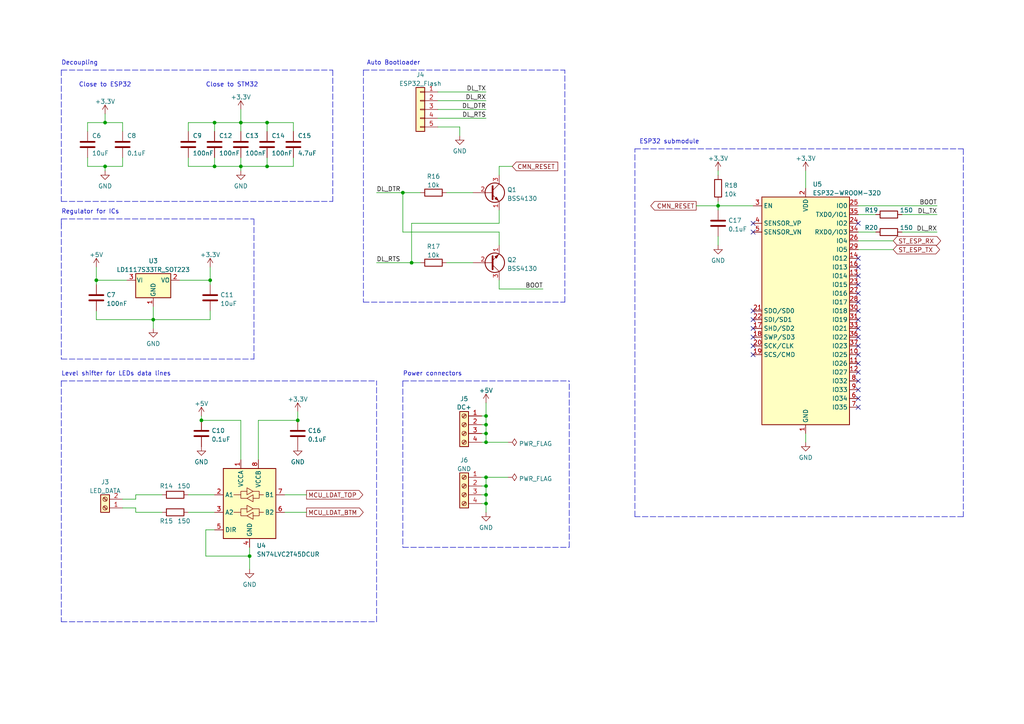
<source format=kicad_sch>
(kicad_sch (version 20211123) (generator eeschema)
  (paper "A4")
  (title_block (title "MegaLeaf Controller") (date "2022-08-24") (rev "1.2") (comment 2 "Note: Power connectors can carry upto 10A") (comment 4 "Input power, decoupling and ESP32"))
  (lib_symbols
    (symbol "Connector:Screw_Terminal_01x02" (pin_names (offset 1.016) hide)
      (property "Reference" "J" (at 0 2.54 0))
      (property "Value" "Screw_Terminal_01x02" (at 0 -5.08 0))
      (symbol "Screw_Terminal_01x02_1_1"
        (rectangle (start -1.27 1.27) (end 1.27 -3.81) (stroke (width 0.254)) (fill (type background)))
        (circle (center 0 -2.54) (radius 0.635) (stroke (width 0.1524)))
        (polyline (pts (xy -0.5334 -2.2098) (xy 0.3302 -3.048)) (stroke (width 0.1524)))
        (polyline (pts (xy -0.5334 0.3302) (xy 0.3302 -0.508)) (stroke (width 0.1524)))
        (polyline (pts (xy -0.3556 -2.032) (xy 0.508 -2.8702)) (stroke (width 0.1524)))
        (polyline (pts (xy -0.3556 0.508) (xy 0.508 -0.3302)) (stroke (width 0.1524)))
        (circle (center 0 0) (radius 0.635) (stroke (width 0.1524)))
        (pin passive line (at -5.08 0 0) (length 3.81) (name "Pin_1") (number "1"))
        (pin passive line (at -5.08 -2.54 0) (length 3.81) (name "Pin_2") (number "2"))
      )
    )
    (symbol "Connector:Screw_Terminal_01x04" (pin_names (offset 1.016) hide)
      (property "Reference" "J" (at 0 5.08 0))
      (property "Value" "Screw_Terminal_01x04" (at 0 -7.62 0))
      (symbol "Screw_Terminal_01x04_1_1"
        (rectangle (start -1.27 3.81) (end 1.27 -6.35) (stroke (width 0.254)) (fill (type background)))
        (circle (center 0 -5.08) (radius 0.635) (stroke (width 0.1524)))
        (circle (center 0 -2.54) (radius 0.635) (stroke (width 0.1524)))
        (polyline (pts (xy -0.5334 -4.7498) (xy 0.3302 -5.588)) (stroke (width 0.1524)))
        (polyline (pts (xy -0.5334 -2.2098) (xy 0.3302 -3.048)) (stroke (width 0.1524)))
        (polyline (pts (xy -0.5334 0.3302) (xy 0.3302 -0.508)) (stroke (width 0.1524)))
        (polyline (pts (xy -0.5334 2.8702) (xy 0.3302 2.032)) (stroke (width 0.1524)))
        (polyline (pts (xy -0.3556 -4.572) (xy 0.508 -5.4102)) (stroke (width 0.1524)))
        (polyline (pts (xy -0.3556 -2.032) (xy 0.508 -2.8702)) (stroke (width 0.1524)))
        (polyline (pts (xy -0.3556 0.508) (xy 0.508 -0.3302)) (stroke (width 0.1524)))
        (polyline (pts (xy -0.3556 3.048) (xy 0.508 2.2098)) (stroke (width 0.1524)))
        (circle (center 0 0) (radius 0.635) (stroke (width 0.1524)))
        (circle (center 0 2.54) (radius 0.635) (stroke (width 0.1524)))
        (pin passive line (at -5.08 2.54 0) (length 3.81) (name "Pin_1") (number "1"))
        (pin passive line (at -5.08 0 0) (length 3.81) (name "Pin_2") (number "2"))
        (pin passive line (at -5.08 -2.54 0) (length 3.81) (name "Pin_3") (number "3"))
        (pin passive line (at -5.08 -5.08 0) (length 3.81) (name "Pin_4") (number "4"))
      )
    )
    (symbol "Connector_Generic:Conn_01x05" (pin_names (offset 1.016) hide)
      (property "Reference" "J" (at 0 7.62 0))
      (property "Value" "Conn_01x05" (at 0 -7.62 0))
      (symbol "Conn_01x05_1_1"
        (rectangle (start -1.27 -4.953) (end 0 -5.207) (stroke (width 0.1524)))
        (rectangle (start -1.27 -2.413) (end 0 -2.667) (stroke (width 0.1524)))
        (rectangle (start -1.27 0.127) (end 0 -0.127) (stroke (width 0.1524)))
        (rectangle (start -1.27 2.667) (end 0 2.413) (stroke (width 0.1524)))
        (rectangle (start -1.27 5.207) (end 0 4.953) (stroke (width 0.1524)))
        (rectangle (start -1.27 6.35) (end 1.27 -6.35) (stroke (width 0.254)) (fill (type background)))
        (pin passive line (at -5.08 5.08 0) (length 3.81) (name "Pin_1") (number "1"))
        (pin passive line (at -5.08 2.54 0) (length 3.81) (name "Pin_2") (number "2"))
        (pin passive line (at -5.08 0 0) (length 3.81) (name "Pin_3") (number "3"))
        (pin passive line (at -5.08 -2.54 0) (length 3.81) (name "Pin_4") (number "4"))
        (pin passive line (at -5.08 -5.08 0) (length 3.81) (name "Pin_5") (number "5"))
      )
    )
    (symbol "Device:C" (pin_numbers hide) (pin_names (offset 0.254))
      (property "Reference" "C" (at 0.635 2.54 0))
      (property "Value" "C" (at 0.635 -2.54 0))
      (symbol "C_0_1"
        (polyline (pts (xy -2.032 -0.762) (xy 2.032 -0.762)) (stroke (width 0.508)))
        (polyline (pts (xy -2.032 0.762) (xy 2.032 0.762)) (stroke (width 0.508)))
      )
      (symbol "C_1_1"
        (pin passive line (at 0 3.81 270) (length 2.794) (name "~") (number "1"))
        (pin passive line (at 0 -3.81 90) (length 2.794) (name "~") (number "2"))
      )
    )
    (symbol "Device:Q_NPN_EBC" (pin_names (offset 0) hide)
      (property "Reference" "Q" (at 5.08 1.27 0))
      (property "Value" "Q_NPN_EBC" (at 5.08 -1.27 0))
      (symbol "Q_NPN_EBC_0_1"
        (polyline (pts (xy 0.635 0.635) (xy 2.54 2.54)))
        (polyline (pts (xy 0.635 -0.635) (xy 2.54 -2.54) (xy 2.54 -2.54)))
        (polyline (pts (xy 0.635 1.905) (xy 0.635 -1.905) (xy 0.635 -1.905)) (stroke (width 0.508)))
        (polyline (pts (xy 1.27 -1.778) (xy 1.778 -1.27) (xy 2.286 -2.286) (xy 1.27 -1.778) (xy 1.27 -1.778)) (fill (type outline)))
        (circle (center 1.27 0) (radius 2.8194) (stroke (width 0.254)))
      )
      (symbol "Q_NPN_EBC_1_1"
        (pin passive line (at 2.54 -5.08 90) (length 2.54) (name "E") (number "1"))
        (pin passive line (at -5.08 0 0) (length 5.715) (name "B") (number "2"))
        (pin passive line (at 2.54 5.08 270) (length 2.54) (name "C") (number "3"))
      )
    )
    (symbol "Device:R" (pin_numbers hide) (pin_names (offset 0))
      (property "Reference" "R" (at 2.032 0 90))
      (property "Value" "R" (at 0 0 90))
      (symbol "R_0_1"
        (rectangle (start -1.016 -2.54) (end 1.016 2.54) (stroke (width 0.254)))
      )
      (symbol "R_1_1"
        (pin passive line (at 0 3.81 270) (length 1.27) (name "~") (number "1"))
        (pin passive line (at 0 -3.81 90) (length 1.27) (name "~") (number "2"))
      )
    )
    (symbol "Logic_LevelTranslator:SN74LVC2T45DCUR"
      (property "Reference" "U" (at -6.35 11.43 0))
      (property "Value" "SN74LVC2T45DCUR" (at 3.81 11.43 0))
      (symbol "SN74LVC2T45DCUR_0_1"
        (rectangle (start -7.62 10.16) (end 7.62 -10.16) (stroke (width 0.254)) (fill (type background)))
        (polyline (pts (xy -2.54 2.54) (xy -2.54 3.556) (xy -0.762 3.556)))
        (polyline (pts (xy 2.794 2.54) (xy 2.794 1.524) (xy 1.016 1.524)))
        (polyline (pts (xy -0.762 1.524) (xy -2.54 1.524) (xy -2.54 2.54) (xy -4.572 2.54)))
        (polyline (pts (xy -0.762 2.54) (xy -0.762 4.572) (xy 1.016 3.556) (xy -0.762 2.54)))
        (polyline (pts (xy 1.016 3.556) (xy 2.794 3.556) (xy 2.794 2.54) (xy 4.064 2.54)))
        (polyline (pts (xy 1.016 2.54) (xy 1.016 0.762) (xy 1.016 0.508) (xy -0.762 1.524) (xy 1.016 2.54)))
      )
      (symbol "SN74LVC2T45DCUR_1_1"
        (polyline (pts (xy -2.54 -2.54) (xy -2.54 -1.524) (xy -0.762 -1.524)))
        (polyline (pts (xy 2.794 -2.54) (xy 2.794 -3.556) (xy 1.016 -3.556)))
        (polyline (pts (xy -0.762 -3.556) (xy -2.54 -3.556) (xy -2.54 -2.54) (xy -4.572 -2.54)))
        (polyline (pts (xy -0.762 -2.54) (xy -0.762 -0.508) (xy 1.016 -1.524) (xy -0.762 -2.54)))
        (polyline (pts (xy 1.016 -1.524) (xy 2.794 -1.524) (xy 2.794 -2.54) (xy 4.064 -2.54)))
        (polyline (pts (xy 1.016 -2.54) (xy 1.016 -4.318) (xy 1.016 -4.572) (xy -0.762 -3.556) (xy 1.016 -2.54)))
        (pin power_in line (at -2.54 12.7 270) (length 2.54) (name "VCCA") (number "1"))
        (pin bidirectional line (at -10.16 2.54 0) (length 2.54) (name "A1") (number "2"))
        (pin bidirectional line (at -10.16 -2.54 0) (length 2.54) (name "A2") (number "3"))
        (pin power_in line (at 0 -12.7 90) (length 2.54) (name "GND") (number "4"))
        (pin input line (at -10.16 -7.62 0) (length 2.54) (name "DIR") (number "5"))
        (pin bidirectional line (at 10.16 -2.54 180) (length 2.54) (name "B2") (number "6"))
        (pin bidirectional line (at 10.16 2.54 180) (length 2.54) (name "B1") (number "7"))
        (pin power_in line (at 2.54 12.7 270) (length 2.54) (name "VCCB") (number "8"))
      )
    )
    (symbol "RF_Module:ESP32-WROOM-32D"
      (property "Reference" "U" (at -12.7 34.29 0))
      (property "Value" "ESP32-WROOM-32D" (at 1.27 34.29 0))
      (symbol "ESP32-WROOM-32D_0_1"
        (rectangle (start -12.7 33.02) (end 12.7 -33.02) (stroke (width 0.254)) (fill (type background)))
      )
      (symbol "ESP32-WROOM-32D_1_1"
        (pin power_in line (at 0 -35.56 90) (length 2.54) (name "GND") (number "1"))
        (pin bidirectional line (at 15.24 -12.7 180) (length 2.54) (name "IO25") (number "10"))
        (pin bidirectional line (at 15.24 -15.24 180) (length 2.54) (name "IO26") (number "11"))
        (pin bidirectional line (at 15.24 -17.78 180) (length 2.54) (name "IO27") (number "12"))
        (pin bidirectional line (at 15.24 10.16 180) (length 2.54) (name "IO14") (number "13"))
        (pin bidirectional line (at 15.24 15.24 180) (length 2.54) (name "IO12") (number "14"))
        (pin passive line (at 0 -35.56 90) (length 2.54) hide (name "GND") (number "15"))
        (pin bidirectional line (at 15.24 12.7 180) (length 2.54) (name "IO13") (number "16"))
        (pin bidirectional line (at -15.24 -5.08 0) (length 2.54) (name "SHD/SD2") (number "17"))
        (pin bidirectional line (at -15.24 -7.62 0) (length 2.54) (name "SWP/SD3") (number "18"))
        (pin bidirectional line (at -15.24 -12.7 0) (length 2.54) (name "SCS/CMD") (number "19"))
        (pin power_in line (at 0 35.56 270) (length 2.54) (name "VDD") (number "2"))
        (pin bidirectional line (at -15.24 -10.16 0) (length 2.54) (name "SCK/CLK") (number "20"))
        (pin bidirectional line (at -15.24 0 0) (length 2.54) (name "SDO/SD0") (number "21"))
        (pin bidirectional line (at -15.24 -2.54 0) (length 2.54) (name "SDI/SD1") (number "22"))
        (pin bidirectional line (at 15.24 7.62 180) (length 2.54) (name "IO15") (number "23"))
        (pin bidirectional line (at 15.24 25.4 180) (length 2.54) (name "IO2") (number "24"))
        (pin bidirectional line (at 15.24 30.48 180) (length 2.54) (name "IO0") (number "25"))
        (pin bidirectional line (at 15.24 20.32 180) (length 2.54) (name "IO4") (number "26"))
        (pin bidirectional line (at 15.24 5.08 180) (length 2.54) (name "IO16") (number "27"))
        (pin bidirectional line (at 15.24 2.54 180) (length 2.54) (name "IO17") (number "28"))
        (pin bidirectional line (at 15.24 17.78 180) (length 2.54) (name "IO5") (number "29"))
        (pin input line (at -15.24 30.48 0) (length 2.54) (name "EN") (number "3"))
        (pin bidirectional line (at 15.24 0 180) (length 2.54) (name "IO18") (number "30"))
        (pin bidirectional line (at 15.24 -2.54 180) (length 2.54) (name "IO19") (number "31"))
        (pin no_connect line (at -12.7 -27.94 0) (length 2.54) hide (name "NC") (number "32"))
        (pin bidirectional line (at 15.24 -5.08 180) (length 2.54) (name "IO21") (number "33"))
        (pin bidirectional line (at 15.24 22.86 180) (length 2.54) (name "RXD0/IO3") (number "34"))
        (pin bidirectional line (at 15.24 27.94 180) (length 2.54) (name "TXD0/IO1") (number "35"))
        (pin bidirectional line (at 15.24 -7.62 180) (length 2.54) (name "IO22") (number "36"))
        (pin bidirectional line (at 15.24 -10.16 180) (length 2.54) (name "IO23") (number "37"))
        (pin passive line (at 0 -35.56 90) (length 2.54) hide (name "GND") (number "38"))
        (pin passive line (at 0 -35.56 90) (length 2.54) hide (name "GND") (number "39"))
        (pin input line (at -15.24 25.4 0) (length 2.54) (name "SENSOR_VP") (number "4"))
        (pin input line (at -15.24 22.86 0) (length 2.54) (name "SENSOR_VN") (number "5"))
        (pin input line (at 15.24 -25.4 180) (length 2.54) (name "IO34") (number "6"))
        (pin input line (at 15.24 -27.94 180) (length 2.54) (name "IO35") (number "7"))
        (pin bidirectional line (at 15.24 -20.32 180) (length 2.54) (name "IO32") (number "8"))
        (pin bidirectional line (at 15.24 -22.86 180) (length 2.54) (name "IO33") (number "9"))
      )
    )
    (symbol "Regulator_Linear:LD1117S33TR_SOT223" (pin_names (offset 0.254))
      (property "Reference" "U" (at -3.81 3.175 0))
      (property "Value" "LD1117S33TR_SOT223" (at 0 3.175 0))
      (symbol "LD1117S33TR_SOT223_0_1"
        (rectangle (start -5.08 -5.08) (end 5.08 1.905) (stroke (width 0.254)) (fill (type background)))
      )
      (symbol "LD1117S33TR_SOT223_1_1"
        (pin power_in line (at 0 -7.62 90) (length 2.54) (name "GND") (number "1"))
        (pin power_out line (at 7.62 0 180) (length 2.54) (name "VO") (number "2"))
        (pin power_in line (at -7.62 0 0) (length 2.54) (name "VI") (number "3"))
      )
    )
    (symbol "power:+3.3V" (power) (pin_names (offset 0))
      (property "Value" "+3.3V" (at 0 3.556 0))
      (symbol "+3.3V_0_1"
        (polyline (pts (xy -0.762 1.27) (xy 0 2.54)))
        (polyline (pts (xy 0 0) (xy 0 2.54)))
        (polyline (pts (xy 0 2.54) (xy 0.762 1.27)))
      )
      (symbol "+3.3V_1_1"
        (pin power_in line (at 0 0 90) (length 0) hide (name "+3.3V") (number "1"))
      )
    )
    (symbol "power:+5V" (power) (pin_names (offset 0))
      (property "Value" "+5V" (at 0 3.556 0))
      (symbol "+5V_0_1"
        (polyline (pts (xy -0.762 1.27) (xy 0 2.54)))
        (polyline (pts (xy 0 0) (xy 0 2.54)))
        (polyline (pts (xy 0 2.54) (xy 0.762 1.27)))
      )
      (symbol "+5V_1_1"
        (pin power_in line (at 0 0 90) (length 0) hide (name "+5V") (number "1"))
      )
    )
    (symbol "power:GND" (power) (pin_names (offset 0))
      (property "Value" "GND" (at 0 -3.81 0))
      (symbol "GND_0_1"
        (polyline (pts (xy 0 0) (xy 0 -1.27) (xy 1.27 -1.27) (xy 0 -2.54) (xy -1.27 -1.27) (xy 0 -1.27)))
      )
      (symbol "GND_1_1"
        (pin power_in line (at 0 0 270) (length 0) hide (name "GND") (number "1"))
      )
    )
    (symbol "power:PWR_FLAG" (power) (pin_numbers hide) (pin_names (offset 0) hide)
      (property "Value" "PWR_FLAG" (at 0 3.81 0))
      (symbol "PWR_FLAG_0_0"
        (pin power_out line (at 0 0 90) (length 0) (name "pwr") (number "1"))
      )
      (symbol "PWR_FLAG_0_1"
        (polyline (pts (xy 0 0) (xy 0 1.27) (xy -1.016 1.905) (xy 0 2.54) (xy 1.016 1.905) (xy 0 1.27)))
      )
    )
  )
  (junction (at 140.97 143.51))
  (junction (at 62.23 35.56))
  (junction (at 140.97 128.27))
  (junction (at 140.97 123.19))
  (junction (at 140.97 125.73))
  (junction (at 140.97 140.97))
  (junction (at 58.42 121.92))
  (junction (at 140.97 120.65))
  (junction (at 116.84 55.88))
  (junction (at 69.85 48.26))
  (junction (at 119.38 76.2))
  (junction (at 77.47 35.56))
  (junction (at 27.94 81.28))
  (junction (at 77.47 48.26))
  (junction (at 86.36 121.92))
  (junction (at 140.97 146.05))
  (junction (at 62.23 48.26))
  (junction (at 208.28 59.69))
  (junction (at 60.96 81.28))
  (junction (at 30.48 35.56))
  (junction (at 69.85 35.56))
  (junction (at 30.48 48.26))
  (junction (at 140.97 138.43))
  (junction (at 72.39 161.29))
  (junction (at 44.45 92.71))
  (no_connect (at 218.44 67.31))
  (no_connect (at 218.44 90.17))
  (no_connect (at 218.44 100.33))
  (no_connect (at 218.44 64.77))
  (no_connect (at 248.92 95.25))
  (no_connect (at 248.92 97.79))
  (no_connect (at 248.92 100.33))
  (no_connect (at 248.92 102.87))
  (no_connect (at 248.92 77.47))
  (no_connect (at 248.92 80.01))
  (no_connect (at 248.92 82.55))
  (no_connect (at 248.92 85.09))
  (no_connect (at 248.92 87.63))
  (no_connect (at 248.92 118.11))
  (no_connect (at 248.92 115.57))
  (no_connect (at 248.92 105.41))
  (no_connect (at 248.92 107.95))
  (no_connect (at 248.92 113.03))
  (no_connect (at 248.92 110.49))
  (no_connect (at 248.92 64.77))
  (no_connect (at 248.92 74.93))
  (no_connect (at 218.44 102.87))
  (no_connect (at 248.92 92.71))
  (no_connect (at 248.92 90.17))
  (no_connect (at 218.44 97.79))
  (no_connect (at 218.44 92.71))
  (no_connect (at 218.44 95.25))
  (wire (pts (xy 44.45 88.9) (xy 44.45 92.71)))
  (wire (pts (xy 54.61 143.51) (xy 62.23 143.51)))
  (wire (pts (xy 140.97 143.51) (xy 140.97 146.05)))
  (wire (pts (xy 35.56 144.78) (xy 39.37 144.78)))
  (wire (pts (xy 58.42 120.65) (xy 58.42 121.92)))
  (wire (pts (xy 27.94 77.47) (xy 27.94 81.28)))
  (wire (pts (xy 144.78 67.31) (xy 116.84 67.31)))
  (wire (pts (xy 35.56 35.56) (xy 30.48 35.56)))
  (wire (pts (xy 201.93 59.69) (xy 208.28 59.69)))
  (wire (pts (xy 30.48 35.56) (xy 30.48 33.02)))
  (polyline (pts (xy 184.15 43.18) (xy 279.4 43.18)))
  (wire (pts (xy 144.78 60.96) (xy 144.78 64.77)))
  (polyline (pts (xy 73.66 104.14) (xy 73.66 63.5)))
  (wire (pts (xy 62.23 48.26) (xy 69.85 48.26)))
  (wire (pts (xy 144.78 48.26) (xy 148.59 48.26)))
  (wire (pts (xy 140.97 120.65) (xy 140.97 123.19)))
  (wire (pts (xy 127 36.83) (xy 133.35 36.83)))
  (polyline (pts (xy 17.78 63.5) (xy 17.78 66.04)))
  (wire (pts (xy 208.28 59.69) (xy 208.28 60.96)))
  (wire (pts (xy 127 34.29) (xy 140.97 34.29)))
  (polyline (pts (xy 279.4 149.86) (xy 184.15 149.86)))
  (wire (pts (xy 74.93 121.92) (xy 86.36 121.92)))
  (wire (pts (xy 72.39 158.75) (xy 72.39 161.29)))
  (wire (pts (xy 119.38 64.77) (xy 119.38 76.2)))
  (wire (pts (xy 30.48 48.26) (xy 25.4 48.26)))
  (wire (pts (xy 59.69 153.67) (xy 59.69 161.29)))
  (wire (pts (xy 35.56 147.32) (xy 39.37 147.32)))
  (wire (pts (xy 60.96 90.17) (xy 60.96 92.71)))
  (wire (pts (xy 39.37 143.51) (xy 39.37 144.78)))
  (wire (pts (xy 119.38 76.2) (xy 121.92 76.2)))
  (polyline (pts (xy 279.4 43.18) (xy 279.4 149.86)))
  (polyline (pts (xy 17.78 110.49) (xy 17.78 180.34)))
  (wire (pts (xy 27.94 81.28) (xy 27.94 82.55)))
  (polyline (pts (xy 163.83 87.63) (xy 163.83 20.32)))
  (wire (pts (xy 30.48 49.53) (xy 30.48 48.26)))
  (wire (pts (xy 25.4 38.1) (xy 25.4 35.56)))
  (wire (pts (xy 144.78 83.82) (xy 157.48 83.82)))
  (polyline (pts (xy 105.41 20.32) (xy 105.41 87.63)))
  (wire (pts (xy 35.56 48.26) (xy 35.56 45.72)))
  (wire (pts (xy 77.47 38.1) (xy 77.47 35.56)))
  (polyline (pts (xy 105.41 20.32) (xy 163.83 20.32)))
  (wire (pts (xy 116.84 67.31) (xy 116.84 55.88)))
  (wire (pts (xy 69.85 48.26) (xy 69.85 49.53)))
  (wire (pts (xy 139.7 140.97) (xy 140.97 140.97)))
  (wire (pts (xy 54.61 148.59) (xy 62.23 148.59)))
  (wire (pts (xy 77.47 35.56) (xy 69.85 35.56)))
  (wire (pts (xy 144.78 81.28) (xy 144.78 83.82)))
  (wire (pts (xy 208.28 58.42) (xy 208.28 59.69)))
  (wire (pts (xy 261.62 67.31) (xy 271.78 67.31)))
  (wire (pts (xy 139.7 143.51) (xy 140.97 143.51)))
  (polyline (pts (xy 17.78 104.14) (xy 73.66 104.14)))
  (wire (pts (xy 127 31.75) (xy 140.97 31.75)))
  (wire (pts (xy 27.94 90.17) (xy 27.94 92.71)))
  (polyline (pts (xy 96.52 20.32) (xy 96.52 58.42)))
  (wire (pts (xy 140.97 128.27) (xy 147.32 128.27)))
  (polyline (pts (xy 17.78 64.77) (xy 17.78 104.14)))
  (wire (pts (xy 82.55 143.51) (xy 88.9 143.51)))
  (wire (pts (xy 129.54 76.2) (xy 137.16 76.2)))
  (wire (pts (xy 72.39 161.29) (xy 72.39 165.1)))
  (wire (pts (xy 248.92 59.69) (xy 271.78 59.69)))
  (wire (pts (xy 140.97 146.05) (xy 140.97 148.59)))
  (wire (pts (xy 30.48 48.26) (xy 35.56 48.26)))
  (polyline (pts (xy 17.78 110.49) (xy 109.22 110.49)))
  (wire (pts (xy 62.23 35.56) (xy 62.23 38.1)))
  (wire (pts (xy 85.09 35.56) (xy 77.47 35.56)))
  (wire (pts (xy 248.92 62.23) (xy 254 62.23)))
  (wire (pts (xy 248.92 67.31) (xy 254 67.31)))
  (wire (pts (xy 140.97 123.19) (xy 140.97 125.73)))
  (wire (pts (xy 140.97 138.43) (xy 147.32 138.43)))
  (wire (pts (xy 25.4 48.26) (xy 25.4 45.72)))
  (wire (pts (xy 52.07 81.28) (xy 60.96 81.28)))
  (wire (pts (xy 69.85 121.92) (xy 69.85 133.35)))
  (wire (pts (xy 60.96 92.71) (xy 44.45 92.71)))
  (wire (pts (xy 35.56 38.1) (xy 35.56 35.56)))
  (wire (pts (xy 86.36 121.92) (xy 86.36 119.38)))
  (polyline (pts (xy 116.84 158.75) (xy 165.1 158.75)))
  (wire (pts (xy 85.09 45.72) (xy 85.09 48.26)))
  (wire (pts (xy 139.7 123.19) (xy 140.97 123.19)))
  (wire (pts (xy 233.68 125.73) (xy 233.68 128.27)))
  (wire (pts (xy 39.37 148.59) (xy 46.99 148.59)))
  (wire (pts (xy 144.78 71.12) (xy 144.78 67.31)))
  (wire (pts (xy 60.96 81.28) (xy 60.96 82.55)))
  (wire (pts (xy 74.93 133.35) (xy 74.93 121.92)))
  (wire (pts (xy 140.97 128.27) (xy 139.7 128.27)))
  (wire (pts (xy 54.61 48.26) (xy 62.23 48.26)))
  (wire (pts (xy 62.23 45.72) (xy 62.23 48.26)))
  (polyline (pts (xy 109.22 180.34) (xy 109.22 110.49)))
  (wire (pts (xy 140.97 116.84) (xy 140.97 120.65)))
  (wire (pts (xy 208.28 49.53) (xy 208.28 50.8)))
  (wire (pts (xy 62.23 153.67) (xy 59.69 153.67)))
  (polyline (pts (xy 105.41 87.63) (xy 163.83 87.63)))
  (wire (pts (xy 60.96 77.47) (xy 60.96 81.28)))
  (polyline (pts (xy 17.78 180.34) (xy 109.22 180.34)))
  (wire (pts (xy 85.09 38.1) (xy 85.09 35.56)))
  (wire (pts (xy 54.61 45.72) (xy 54.61 48.26)))
  (wire (pts (xy 144.78 50.8) (xy 144.78 48.26)))
  (wire (pts (xy 140.97 138.43) (xy 140.97 140.97)))
  (polyline (pts (xy 116.84 110.49) (xy 116.84 158.75)))
  (polyline (pts (xy 184.15 149.86) (xy 184.15 110.49)))
  (polyline (pts (xy 17.78 20.32) (xy 17.78 58.42)))
  (wire (pts (xy 109.22 76.2) (xy 119.38 76.2)))
  (wire (pts (xy 133.35 36.83) (xy 133.35 39.37)))
  (wire (pts (xy 261.62 62.23) (xy 271.78 62.23)))
  (wire (pts (xy 27.94 92.71) (xy 44.45 92.71)))
  (wire (pts (xy 109.22 55.88) (xy 116.84 55.88)))
  (wire (pts (xy 39.37 147.32) (xy 39.37 148.59)))
  (wire (pts (xy 248.92 69.85) (xy 259.08 69.85)))
  (polyline (pts (xy 17.78 20.32) (xy 96.52 20.32)))
  (wire (pts (xy 85.09 48.26) (xy 77.47 48.26)))
  (wire (pts (xy 127 29.21) (xy 140.97 29.21)))
  (polyline (pts (xy 184.15 110.49) (xy 184.15 43.18)))
  (wire (pts (xy 69.85 45.72) (xy 69.85 48.26)))
  (polyline (pts (xy 17.78 58.42) (xy 96.52 58.42)))
  (wire (pts (xy 44.45 92.71) (xy 44.45 95.25)))
  (wire (pts (xy 54.61 35.56) (xy 54.61 38.1)))
  (wire (pts (xy 127 26.67) (xy 140.97 26.67)))
  (wire (pts (xy 62.23 35.56) (xy 69.85 35.56)))
  (wire (pts (xy 39.37 143.51) (xy 46.99 143.51)))
  (wire (pts (xy 59.69 161.29) (xy 72.39 161.29)))
  (polyline (pts (xy 116.84 110.49) (xy 165.1 110.49)))
  (wire (pts (xy 139.7 120.65) (xy 140.97 120.65)))
  (wire (pts (xy 25.4 35.56) (xy 30.48 35.56)))
  (wire (pts (xy 69.85 121.92) (xy 58.42 121.92)))
  (wire (pts (xy 140.97 140.97) (xy 140.97 143.51)))
  (wire (pts (xy 27.94 81.28) (xy 36.83 81.28)))
  (wire (pts (xy 116.84 55.88) (xy 121.92 55.88)))
  (polyline (pts (xy 165.1 158.75) (xy 165.1 110.49)))
  (polyline (pts (xy 17.78 63.5) (xy 73.66 63.5)))
  (wire (pts (xy 139.7 125.73) (xy 140.97 125.73)))
  (wire (pts (xy 208.28 68.58) (xy 208.28 71.12)))
  (wire (pts (xy 140.97 125.73) (xy 140.97 128.27)))
  (wire (pts (xy 233.68 49.53) (xy 233.68 54.61)))
  (wire (pts (xy 208.28 59.69) (xy 218.44 59.69)))
  (wire (pts (xy 77.47 45.72) (xy 77.47 48.26)))
  (wire (pts (xy 69.85 35.56) (xy 69.85 38.1)))
  (wire (pts (xy 248.92 72.39) (xy 259.08 72.39)))
  (wire (pts (xy 69.85 35.56) (xy 69.85 31.75)))
  (wire (pts (xy 144.78 64.77) (xy 119.38 64.77)))
  (wire (pts (xy 82.55 148.59) (xy 88.9 148.59)))
  (wire (pts (xy 77.47 48.26) (xy 69.85 48.26)))
  (wire (pts (xy 54.61 35.56) (xy 62.23 35.56)))
  (wire (pts (xy 139.7 138.43) (xy 140.97 138.43)))
  (wire (pts (xy 139.7 146.05) (xy 140.97 146.05)))
  (wire (pts (xy 129.54 55.88) (xy 137.16 55.88)))
  (text "Decoupling" (at 17.78 19.05 0) (effects (font (size 1.27 1.27)) (justify left bottom)))
  (text "ESP32 submodule" (at 185.42 41.91 0) (effects (font (size 1.27 1.27)) (justify left bottom)))
  (text "Regulator for ICs" (at 17.78 62.23 0) (effects (font (size 1.27 1.27)) (justify left bottom)))
  (text "Auto Bootloader" (at 121.92 19.05 180) (effects (font (size 1.27 1.27)) (justify right bottom)))
  (text "Power connectors" (at 116.84 109.22 0) (effects (font (size 1.27 1.27)) (justify left bottom)))
  (text "Close to STM32" (at 74.93 25.4 180) (effects (font (size 1.27 1.27)) (justify right bottom)))
  (text "Close to ESP32" (at 38.1 25.4 180) (effects (font (size 1.27 1.27)) (justify right bottom)))
  (text "Level shifter for LEDs data lines" (at 17.78 109.22 0) (effects (font (size 1.27 1.27)) (justify left bottom)))
  (label "DL_TX" (at 271.78 62.23 180))
  (label "DL_RX" (at 140.97 29.21 180))
  (label "BOOT" (at 157.48 83.82 180))
  (label "DL_RTS" (at 140.97 34.29 180))
  (label "DL_RTS" (at 109.22 76.2 0))
  (label "DL_RX" (at 271.78 67.31 180))
  (label "DL_TX" (at 140.97 26.67 180))
  (label "DL_DTR" (at 109.22 55.88 0))
  (label "DL_DTR" (at 140.97 31.75 180))
  (label "BOOT" (at 271.78 59.69 180))
  (global_label "ST_ESP_RX" (shape bidirectional) (at 259.08 69.85 0) (property "Intersheet References" "${INTERSHEET_REFS}" (effects hide)))
  (global_label "CMN_RESET" (shape output) (at 201.93 59.69 180) (property "Intersheet References" "${INTERSHEET_REFS}" (effects hide)))
  (global_label "ST_ESP_TX" (shape bidirectional) (at 259.08 72.39 0) (property "Intersheet References" "${INTERSHEET_REFS}" (effects hide)))
  (global_label "CMN_RESET" (shape input) (at 148.59 48.26 0) (property "Intersheet References" "${INTERSHEET_REFS}" (effects hide)))
  (global_label "MCU_LDAT_TOP" (shape output) (at 88.9 143.51 0) (property "Intersheet References" "${INTERSHEET_REFS}" (effects hide)))
  (global_label "MCU_LDAT_BTM" (shape output) (at 88.9 148.59 0) (property "Intersheet References" "${INTERSHEET_REFS}" (effects hide)))
  (symbol (lib_id "Device:R") (at 257.81 67.31 90) (unit 1)
    (property "Reference" "R20" (at 252.73 66.04 90))
    (property "Value" "150" (at 262.89 66.04 90))
    (property "Footprint" "Resistor_SMD:R_0805_2012Metric_Pad1.20x1.40mm_HandSolder" (effects hide))
  )
  (symbol (lib_id "Device:R") (at 50.8 148.59 90) (unit 1)
    (property "Reference" "R15" (at 48.26 151.13 90))
    (property "Value" "150" (at 53.34 151.13 90))
    (property "Footprint" "Resistor_SMD:R_0805_2012Metric_Pad1.20x1.40mm_HandSolder" (effects hide))
  )
  (symbol (lib_id "Device:C") (at 58.42 125.73 0) (unit 1)
    (property "Reference" "C10" (at 61.341 124.8953 0) (effects (justify left)))
    (property "Value" "0.1uF" (at 61.341 127.4322 0) (effects (justify left)))
    (property "Footprint" "Capacitor_SMD:C_0805_2012Metric_Pad1.18x1.45mm_HandSolder" (effects hide))
  )
  (symbol (lib_id "Logic_LevelTranslator:SN74LVC2T45DCUR") (at 72.39 146.05 0) (unit 1)
    (property "Reference" "U4" (at 74.4094 158.2404 0) (effects (justify left)))
    (property "Value" "SN74LVC2T45DCUR" (at 74.4094 160.7773 0) (effects (justify left)))
    (property "Footprint" "Package_SO:VSSOP-8_2.4x2.1mm_P0.5mm" (effects hide))
    (property "Datasheet" "http://www.ti.com/lit/ds/symlink/sn74lvc2t45.pdf" (effects hide))
  )
  (symbol (lib_id "power:GND") (at 58.42 129.54 0) (unit 1)
    (property "Reference" "#PWR016" (effects hide))
    (property "Value" "GND" (at 58.42 133.9834 0))
  )
  (symbol (lib_id "Device:C") (at 60.96 86.36 0) (unit 1)
    (property "Reference" "C11" (at 63.881 85.5253 0) (effects (justify left)))
    (property "Value" "10uF" (at 63.881 88.0622 0) (effects (justify left)))
    (property "Footprint" "Capacitor_SMD:C_0805_2012Metric_Pad1.18x1.45mm_HandSolder" (effects hide))
  )
  (symbol (lib_id "power:GND") (at 86.36 129.54 0) (unit 1)
    (property "Reference" "#PWR022" (effects hide))
    (property "Value" "GND" (at 86.36 133.9834 0))
  )
  (symbol (lib_id "power:+5V") (at 58.42 120.65 0) (unit 1)
    (property "Reference" "#PWR015" (effects hide))
    (property "Value" "+5V" (at 58.42 117.0742 0))
  )
  (symbol (lib_id "Connector:Screw_Terminal_01x02") (at 30.48 147.32 180) (unit 1)
    (property "Reference" "J3" (at 30.48 139.8102 0))
    (property "Value" "LED_DATA" (at 30.48 142.3471 0))
    (property "Footprint" "TerminalBlock_Phoenix:TerminalBlock_Phoenix_MKDS-1,5-2_1x02_P5.00mm_Horizontal" (effects hide))
  )
  (symbol (lib_id "Device:C") (at 27.94 86.36 0) (unit 1)
    (property "Reference" "C7" (at 30.861 85.5253 0) (effects (justify left)))
    (property "Value" "100nF" (at 30.861 88.0622 0) (effects (justify left)))
    (property "Footprint" "Capacitor_SMD:C_0805_2012Metric_Pad1.18x1.45mm_HandSolder" (effects hide))
  )
  (symbol (lib_id "Device:R") (at 50.8 143.51 90) (unit 1)
    (property "Reference" "R14" (at 48.26 140.97 90))
    (property "Value" "150" (at 53.34 140.97 90))
    (property "Footprint" "Resistor_SMD:R_0805_2012Metric_Pad1.20x1.40mm_HandSolder" (effects hide))
  )
  (symbol (lib_id "Device:Q_NPN_EBC") (at 142.24 55.88 0) (unit 1)
    (property "Reference" "Q1" (at 147.0914 55.0453 0) (effects (justify left)))
    (property "Value" "BSS4130" (at 147.0914 57.5822 0) (effects (justify left)))
    (property "Footprint" "Package_TO_SOT_SMD:SOT-23" (effects hide))
  )
  (symbol (lib_id "Connector:Screw_Terminal_01x04") (at 134.62 123.19 0) (mirror y) (unit 1)
    (property "Reference" "J5" (at 134.62 115.6802 0))
    (property "Value" "DC+" (at 134.62 118.11 0))
    (property "Footprint" "Misc_Custom:MC000020" (effects hide))
  )
  (symbol (lib_id "power:GND") (at 30.48 49.53 0) (unit 1)
    (property "Reference" "#PWR013" (effects hide))
    (property "Value" "GND" (at 30.48 53.9734 0))
  )
  (symbol (lib_id "RF_Module:ESP32-WROOM-32D") (at 233.68 90.17 0) (unit 1)
    (property "Reference" "U5" (at 235.6994 53.4502 0) (effects (justify left)))
    (property "Value" "ESP32-WROOM-32D" (at 235.6994 55.9871 0) (effects (justify left)))
    (property "Footprint" "RF_Module:ESP32-WROOM-32" (effects hide))
    (property "Datasheet" "https://www.espressif.com/sites/default/files/documentation/esp32-wroom-32d_esp32-wroom-32u_datasheet_en.pdf" (effects hide))
  )
  (symbol (lib_id "Device:R") (at 125.73 76.2 90) (unit 1)
    (property "Reference" "R17" (at 125.73 71.4842 90))
    (property "Value" "10k" (at 125.73 74.0211 90))
    (property "Footprint" "Resistor_SMD:R_0805_2012Metric_Pad1.20x1.40mm_HandSolder" (effects hide))
  )
  (symbol (lib_id "power:PWR_FLAG") (at 147.32 128.27 270) (unit 1)
    (property "Reference" "#FLG01" (effects hide))
    (property "Value" "PWR_FLAG" (at 150.495 128.7038 90) (effects (justify left)))
  )
  (symbol (lib_id "power:GND") (at 140.97 148.59 0) (unit 1)
    (property "Reference" "#PWR025" (effects hide))
    (property "Value" "GND" (at 140.97 153.0334 0))
  )
  (symbol (lib_id "Device:C") (at 54.61 41.91 0) (unit 1)
    (property "Reference" "C9" (at 55.88 39.37 0) (effects (justify left)))
    (property "Value" "100nF" (at 55.88 44.45 0) (effects (justify left)))
    (property "Footprint" "Capacitor_SMD:C_0805_2012Metric_Pad1.18x1.45mm_HandSolder" (effects hide))
  )
  (symbol (lib_id "power:+3.3V") (at 60.96 77.47 0) (unit 1)
    (property "Reference" "#PWR017" (effects hide))
    (property "Value" "+3.3V" (at 60.96 73.8942 0))
  )
  (symbol (lib_id "Device:C") (at 35.56 41.91 0) (unit 1)
    (property "Reference" "C8" (at 36.83 39.37 0) (effects (justify left)))
    (property "Value" "0.1uF" (at 36.83 44.45 0) (effects (justify left)))
    (property "Footprint" "Capacitor_SMD:C_0805_2012Metric_Pad1.18x1.45mm_HandSolder" (effects hide))
  )
  (symbol (lib_id "Device:C") (at 208.28 64.77 0) (unit 1)
    (property "Reference" "C17" (at 211.201 63.9353 0) (effects (justify left)))
    (property "Value" "0.1uF" (at 211.201 66.4722 0) (effects (justify left)))
    (property "Footprint" "Capacitor_SMD:C_0805_2012Metric_Pad1.18x1.45mm_HandSolder" (effects hide))
  )
  (symbol (lib_id "power:GND") (at 72.39 165.1 0) (unit 1)
    (property "Reference" "#PWR020" (effects hide))
    (property "Value" "GND" (at 72.39 169.5434 0))
  )
  (symbol (lib_id "power:GND") (at 44.45 95.25 0) (unit 1)
    (property "Reference" "#PWR014" (effects hide))
    (property "Value" "GND" (at 44.45 99.6934 0))
  )
  (symbol (lib_id "Device:R") (at 125.73 55.88 90) (unit 1)
    (property "Reference" "R16" (at 125.73 51.1642 90))
    (property "Value" "10k" (at 125.73 53.7011 90))
    (property "Footprint" "Resistor_SMD:R_0805_2012Metric_Pad1.20x1.40mm_HandSolder" (effects hide))
  )
  (symbol (lib_id "power:GND") (at 69.85 49.53 0) (unit 1)
    (property "Reference" "#PWR019" (effects hide))
    (property "Value" "GND" (at 69.85 53.9734 0))
  )
  (symbol (lib_id "power:+3.3V") (at 69.85 31.75 0) (unit 1)
    (property "Reference" "#PWR018" (effects hide))
    (property "Value" "+3.3V" (at 69.85 28.1742 0))
  )
  (symbol (lib_id "power:+3.3V") (at 30.48 33.02 0) (unit 1)
    (property "Reference" "#PWR012" (effects hide))
    (property "Value" "+3.3V" (at 30.48 29.4442 0))
  )
  (symbol (lib_id "power:+5V") (at 140.97 116.84 0) (unit 1)
    (property "Reference" "#PWR024" (effects hide))
    (property "Value" "+5V" (at 140.97 113.2642 0))
  )
  (symbol (lib_id "Device:Q_NPN_EBC") (at 142.24 76.2 0) (mirror x) (unit 1)
    (property "Reference" "Q2" (at 147.0914 75.3653 0) (effects (justify left)))
    (property "Value" "BSS4130" (at 147.0914 77.9022 0) (effects (justify left)))
    (property "Footprint" "Package_TO_SOT_SMD:SOT-23" (effects hide))
  )
  (symbol (lib_id "Device:C") (at 62.23 41.91 0) (unit 1)
    (property "Reference" "C12" (at 63.5 39.37 0) (effects (justify left)))
    (property "Value" "100nF" (at 63.5 44.45 0) (effects (justify left)))
    (property "Footprint" "Capacitor_SMD:C_0805_2012Metric_Pad1.18x1.45mm_HandSolder" (effects hide))
  )
  (symbol (lib_id "power:GND") (at 233.68 128.27 0) (unit 1)
    (property "Reference" "#PWR029" (effects hide))
    (property "Value" "GND" (at 233.68 132.7134 0))
  )
  (symbol (lib_id "Device:R") (at 257.81 62.23 90) (unit 1)
    (property "Reference" "R19" (at 252.73 60.96 90))
    (property "Value" "150" (at 262.89 60.96 90))
    (property "Footprint" "Resistor_SMD:R_0805_2012Metric_Pad1.20x1.40mm_HandSolder" (effects hide))
  )
  (symbol (lib_id "Device:C") (at 86.36 125.73 0) (unit 1)
    (property "Reference" "C16" (at 89.281 124.8953 0) (effects (justify left)))
    (property "Value" "0.1uF" (at 89.281 127.4322 0) (effects (justify left)))
    (property "Footprint" "Capacitor_SMD:C_0805_2012Metric_Pad1.18x1.45mm_HandSolder" (effects hide))
  )
  (symbol (lib_id "Regulator_Linear:LD1117S33TR_SOT223") (at 44.45 81.28 0) (unit 1)
    (property "Reference" "U3" (at 44.45 75.6752 0))
    (property "Value" "LD1117S33TR_SOT223" (at 44.45 78.2121 0))
    (property "Footprint" "Package_TO_SOT_SMD:SOT-223-3_TabPin2" (effects hide))
    (property "Datasheet" "http://www.st.com/st-web-ui/static/active/en/resource/technical/document/datasheet/CD00000544.pdf" (effects hide))
  )
  (symbol (lib_id "power:+3.3V") (at 208.28 49.53 0) (unit 1)
    (property "Reference" "#PWR026" (effects hide))
    (property "Value" "+3.3V" (at 208.28 45.9542 0))
  )
  (symbol (lib_id "Connector_Generic:Conn_01x05") (at 121.92 31.75 0) (mirror y) (unit 1)
    (property "Reference" "J4" (at 121.92 21.7002 0))
    (property "Value" "ESP32_Flash" (at 121.92 24.2371 0))
    (property "Footprint" "Connector_PinHeader_2.54mm:PinHeader_1x05_P2.54mm_Vertical_SMD_Pin1Left" (effects hide))
  )
  (symbol (lib_id "power:+3.3V") (at 233.68 49.53 0) (unit 1)
    (property "Reference" "#PWR028" (effects hide))
    (property "Value" "+3.3V" (at 233.68 45.9542 0))
  )
  (symbol (lib_id "power:+3.3V") (at 86.36 119.38 0) (unit 1)
    (property "Reference" "#PWR021" (effects hide))
    (property "Value" "+3.3V" (at 86.36 115.8042 0))
  )
  (symbol (lib_id "power:GND") (at 133.35 39.37 0) (unit 1)
    (property "Reference" "#PWR023" (effects hide))
    (property "Value" "GND" (at 133.35 43.8134 0))
  )
  (symbol (lib_id "Connector:Screw_Terminal_01x04") (at 134.62 140.97 0) (mirror y) (unit 1)
    (property "Reference" "J6" (at 134.62 133.4602 0))
    (property "Value" "GND" (at 134.62 135.9971 0))
    (property "Footprint" "Misc_Custom:MC000020" (effects hide))
  )
  (symbol (lib_id "power:PWR_FLAG") (at 147.32 138.43 270) (unit 1)
    (property "Reference" "#FLG02" (effects hide))
    (property "Value" "PWR_FLAG" (at 150.495 138.8638 90) (effects (justify left)))
  )
  (symbol (lib_id "Device:R") (at 208.28 54.61 0) (unit 1)
    (property "Reference" "R18" (at 210.058 53.7753 0) (effects (justify left)))
    (property "Value" "10k" (at 210.058 56.3122 0) (effects (justify left)))
    (property "Footprint" "Resistor_SMD:R_0805_2012Metric_Pad1.20x1.40mm_HandSolder" (effects hide))
  )
  (symbol (lib_id "Device:C") (at 77.47 41.91 0) (unit 1)
    (property "Reference" "C14" (at 78.74 39.37 0) (effects (justify left)))
    (property "Value" "100nF" (at 78.74 44.45 0) (effects (justify left)))
    (property "Footprint" "Capacitor_SMD:C_0805_2012Metric_Pad1.18x1.45mm_HandSolder" (effects hide))
  )
  (symbol (lib_id "Device:C") (at 85.09 41.91 0) (unit 1)
    (property "Reference" "C15" (at 86.36 39.37 0) (effects (justify left)))
    (property "Value" "4.7uF" (at 86.36 44.45 0) (effects (justify left)))
    (property "Footprint" "Capacitor_SMD:C_0805_2012Metric_Pad1.18x1.45mm_HandSolder" (effects hide))
  )
  (symbol (lib_id "Device:C") (at 69.85 41.91 0) (unit 1)
    (property "Reference" "C13" (at 71.12 39.37 0) (effects (justify left)))
    (property "Value" "100nF" (at 71.12 44.45 0) (effects (justify left)))
    (property "Footprint" "Capacitor_SMD:C_0805_2012Metric_Pad1.18x1.45mm_HandSolder" (effects hide))
  )
  (symbol (lib_id "power:GND") (at 208.28 71.12 0) (unit 1)
    (property "Reference" "#PWR027" (effects hide))
    (property "Value" "GND" (at 208.28 75.5634 0))
  )
  (symbol (lib_id "power:+5V") (at 27.94 77.47 0) (unit 1)
    (property "Reference" "#PWR011" (effects hide))
    (property "Value" "+5V" (at 27.94 73.8942 0))
  )
  (symbol (lib_id "Device:C") (at 25.4 41.91 0) (unit 1)
    (property "Reference" "C6" (at 26.67 39.37 0) (effects (justify left)))
    (property "Value" "10uF" (at 26.67 44.45 0) (effects (justify left)))
    (property "Footprint" "Capacitor_SMD:C_0805_2012Metric_Pad1.18x1.45mm_HandSolder" (effects hide))
  )
)
</source>
